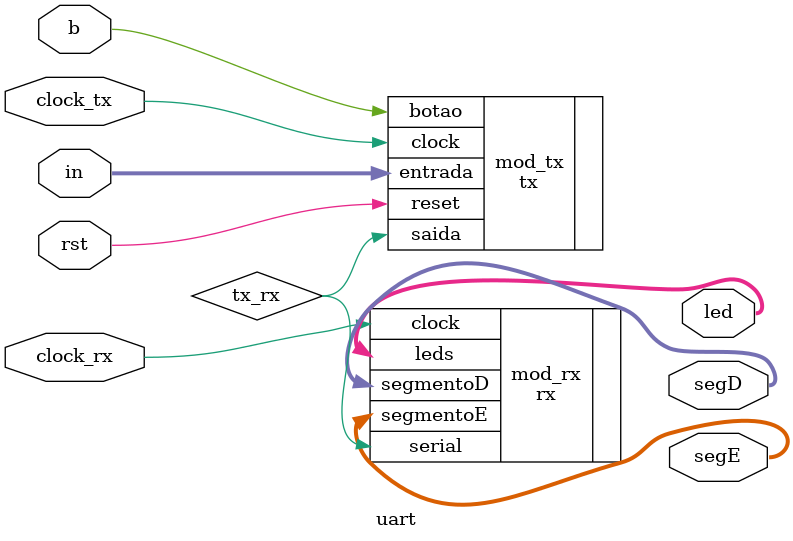
<source format=v>
module uart (in, rst, clock_tx, clock_rx, segD, segE, led, b);
input rst, clock_tx, clock_rx, b;
input [7:0] in;

output [6:0] segD, segE;
output [7:0] led;

wire tx_rx;

tx mod_tx(.botao(b), .entrada(in), .clock(clock_tx), .reset(rst), .saida(tx_rx));
rx mod_rx(.serial(tx_rx), .clock(clock_rx), .leds(led), .segmentoD(segD), .segmentoE(segE));

endmodule
</source>
